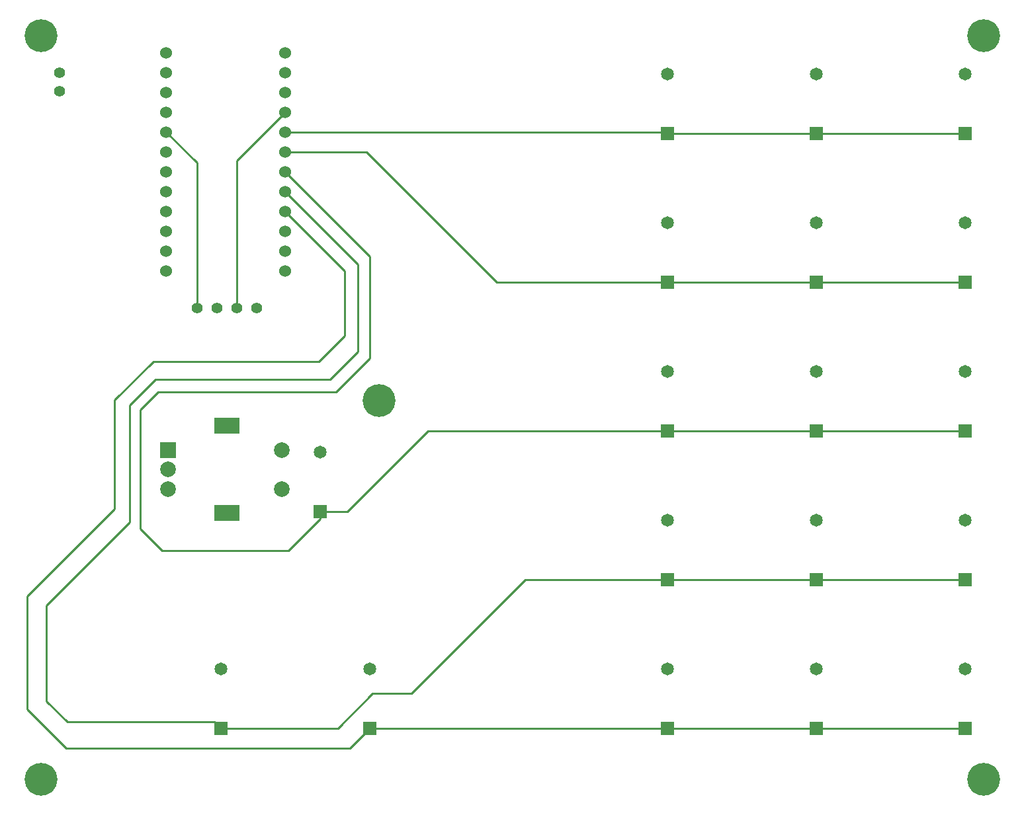
<source format=gbr>
%TF.GenerationSoftware,KiCad,Pcbnew,(5.1.10)-1*%
%TF.CreationDate,2021-07-10T22:05:52+03:00*%
%TF.ProjectId,BedoPadPcb,4265646f-5061-4645-9063-622e6b696361,rev?*%
%TF.SameCoordinates,Original*%
%TF.FileFunction,Copper,L1,Top*%
%TF.FilePolarity,Positive*%
%FSLAX46Y46*%
G04 Gerber Fmt 4.6, Leading zero omitted, Abs format (unit mm)*
G04 Created by KiCad (PCBNEW (5.1.10)-1) date 2021-07-10 22:05:52*
%MOMM*%
%LPD*%
G01*
G04 APERTURE LIST*
%TA.AperFunction,ComponentPad*%
%ADD10C,4.200000*%
%TD*%
%TA.AperFunction,ComponentPad*%
%ADD11R,1.651000X1.651000*%
%TD*%
%TA.AperFunction,ComponentPad*%
%ADD12C,1.651000*%
%TD*%
%TA.AperFunction,ComponentPad*%
%ADD13C,1.524000*%
%TD*%
%TA.AperFunction,ComponentPad*%
%ADD14C,1.397000*%
%TD*%
%TA.AperFunction,ComponentPad*%
%ADD15C,2.000000*%
%TD*%
%TA.AperFunction,WasherPad*%
%ADD16R,3.200000X2.000000*%
%TD*%
%TA.AperFunction,ComponentPad*%
%ADD17R,2.000000X2.000000*%
%TD*%
%TA.AperFunction,Conductor*%
%ADD18C,0.250000*%
%TD*%
G04 APERTURE END LIST*
D10*
%TO.P,REF\u002A\u002A,*%
%TO.N,*%
X70294500Y-99123500D03*
%TD*%
%TO.P,REF\u002A\u002A,*%
%TO.N,*%
X147637500Y-147637500D03*
%TD*%
%TO.P,REF\u002A\u002A,*%
%TO.N,*%
X26987500Y-147637500D03*
%TD*%
%TO.P,REF\u002A\u002A,*%
%TO.N,*%
X26987500Y-52387500D03*
%TD*%
%TO.P,REF\u002A\u002A,*%
%TO.N,*%
X147637500Y-52387500D03*
%TD*%
D11*
%TO.P,D1,2*%
%TO.N,Row2*%
X62706250Y-113347500D03*
D12*
%TO.P,D1,1*%
%TO.N,Net-(D1-Pad1)*%
X62706250Y-105727500D03*
%TD*%
D11*
%TO.P,D2,2*%
%TO.N,Row3*%
X50006250Y-141128750D03*
D12*
%TO.P,D2,1*%
%TO.N,Net-(D2-Pad1)*%
X50006250Y-133508750D03*
%TD*%
D11*
%TO.P,D3,2*%
%TO.N,Row4*%
X69056250Y-141128750D03*
D12*
%TO.P,D3,1*%
%TO.N,Net-(D3-Pad1)*%
X69056250Y-133508750D03*
%TD*%
D11*
%TO.P,D4,2*%
%TO.N,Row0*%
X107156250Y-64928750D03*
D12*
%TO.P,D4,1*%
%TO.N,Net-(D4-Pad1)*%
X107156250Y-57308750D03*
%TD*%
D11*
%TO.P,D5,2*%
%TO.N,Row1*%
X107156250Y-83978750D03*
D12*
%TO.P,D5,1*%
%TO.N,Net-(D5-Pad1)*%
X107156250Y-76358750D03*
%TD*%
D11*
%TO.P,D6,2*%
%TO.N,Row2*%
X107156250Y-103028750D03*
D12*
%TO.P,D6,1*%
%TO.N,Net-(D6-Pad1)*%
X107156250Y-95408750D03*
%TD*%
D11*
%TO.P,D7,2*%
%TO.N,Row3*%
X107156250Y-122078750D03*
D12*
%TO.P,D7,1*%
%TO.N,Net-(D7-Pad1)*%
X107156250Y-114458750D03*
%TD*%
D11*
%TO.P,D8,2*%
%TO.N,Row4*%
X107156250Y-141128750D03*
D12*
%TO.P,D8,1*%
%TO.N,Net-(D8-Pad1)*%
X107156250Y-133508750D03*
%TD*%
D11*
%TO.P,D9,2*%
%TO.N,Row0*%
X126206250Y-64928750D03*
D12*
%TO.P,D9,1*%
%TO.N,Net-(D9-Pad1)*%
X126206250Y-57308750D03*
%TD*%
D11*
%TO.P,D10,2*%
%TO.N,Row1*%
X126206250Y-83978750D03*
D12*
%TO.P,D10,1*%
%TO.N,Net-(D10-Pad1)*%
X126206250Y-76358750D03*
%TD*%
D11*
%TO.P,D11,2*%
%TO.N,Row2*%
X126206250Y-103028750D03*
D12*
%TO.P,D11,1*%
%TO.N,Net-(D11-Pad1)*%
X126206250Y-95408750D03*
%TD*%
D11*
%TO.P,D12,2*%
%TO.N,Row3*%
X126206250Y-122078750D03*
D12*
%TO.P,D12,1*%
%TO.N,Net-(D12-Pad1)*%
X126206250Y-114458750D03*
%TD*%
D11*
%TO.P,D13,2*%
%TO.N,Row4*%
X126206250Y-141128750D03*
D12*
%TO.P,D13,1*%
%TO.N,Net-(D13-Pad1)*%
X126206250Y-133508750D03*
%TD*%
D11*
%TO.P,D14,2*%
%TO.N,Row0*%
X145256250Y-64928750D03*
D12*
%TO.P,D14,1*%
%TO.N,Net-(D14-Pad1)*%
X145256250Y-57308750D03*
%TD*%
D11*
%TO.P,D15,2*%
%TO.N,Row1*%
X145256250Y-83978750D03*
D12*
%TO.P,D15,1*%
%TO.N,Net-(D15-Pad1)*%
X145256250Y-76358750D03*
%TD*%
D11*
%TO.P,D16,2*%
%TO.N,Row2*%
X145256250Y-103028750D03*
D12*
%TO.P,D16,1*%
%TO.N,Net-(D16-Pad1)*%
X145256250Y-95408750D03*
%TD*%
D11*
%TO.P,D17,2*%
%TO.N,Row3*%
X145256250Y-122078750D03*
D12*
%TO.P,D17,1*%
%TO.N,Net-(D17-Pad1)*%
X145256250Y-114458750D03*
%TD*%
D11*
%TO.P,D18,2*%
%TO.N,Row4*%
X145256250Y-141128750D03*
D12*
%TO.P,D18,1*%
%TO.N,Net-(D18-Pad1)*%
X145256250Y-133508750D03*
%TD*%
D13*
%TO.P,U1,1*%
%TO.N,N/C*%
X43029850Y-54578250D03*
%TO.P,U1,2*%
X43029850Y-57118250D03*
%TO.P,U1,3*%
%TO.N,EncoderGND*%
X43029850Y-59658250D03*
%TO.P,U1,4*%
%TO.N,OledGND*%
X43029850Y-62198250D03*
%TO.P,U1,5*%
%TO.N,OledSDA*%
X43029850Y-64738250D03*
%TO.P,U1,6*%
%TO.N,OledSCL*%
X43029850Y-67278250D03*
%TO.P,U1,7*%
%TO.N,Col0*%
X43029850Y-69818250D03*
%TO.P,U1,8*%
%TO.N,N/C*%
X43029850Y-72358250D03*
%TO.P,U1,9*%
X43029850Y-74898250D03*
%TO.P,U1,10*%
%TO.N,EncoderPadA*%
X43029850Y-77438250D03*
%TO.P,U1,11*%
%TO.N,EncoderPadB*%
X43029850Y-79978250D03*
%TO.P,U1,12*%
%TO.N,N/C*%
X43029850Y-82518250D03*
%TO.P,U1,13*%
%TO.N,Col3*%
X58249850Y-82518250D03*
%TO.P,U1,14*%
%TO.N,Col2*%
X58249850Y-79978250D03*
%TO.P,U1,15*%
%TO.N,Col1*%
X58249850Y-77438250D03*
%TO.P,U1,16*%
%TO.N,Row4*%
X58249850Y-74898250D03*
%TO.P,U1,17*%
%TO.N,Row3*%
X58249850Y-72358250D03*
%TO.P,U1,18*%
%TO.N,Row2*%
X58249850Y-69818250D03*
%TO.P,U1,19*%
%TO.N,Row1*%
X58249850Y-67278250D03*
%TO.P,U1,20*%
%TO.N,Row0*%
X58249850Y-64738250D03*
%TO.P,U1,21*%
%TO.N,OledVCC*%
X58249850Y-62198250D03*
%TO.P,U1,22*%
%TO.N,ResetVIA2*%
X58249850Y-59658250D03*
%TO.P,U1,23*%
%TO.N,ResetVIA1*%
X58249850Y-57118250D03*
%TO.P,U1,24*%
%TO.N,N/C*%
X58249850Y-54578250D03*
%TD*%
D14*
%TO.P,H2,1*%
%TO.N,ResetVIA2*%
X29368750Y-59531250D03*
%TD*%
%TO.P,H1,1*%
%TO.N,ResetVIA1*%
X29368750Y-57150000D03*
%TD*%
%TO.P,OL1,1*%
%TO.N,OledSDA*%
X46990000Y-87312500D03*
%TO.P,OL1,2*%
%TO.N,OledSCL*%
X49530000Y-87312500D03*
%TO.P,OL1,3*%
%TO.N,OledVCC*%
X52070000Y-87312500D03*
%TO.P,OL1,4*%
%TO.N,OledGND*%
X54610000Y-87312500D03*
%TD*%
D15*
%TO.P,SW1,S1*%
%TO.N,Col0*%
X57800000Y-110450000D03*
%TO.P,SW1,S2*%
%TO.N,Net-(D1-Pad1)*%
X57800000Y-105450000D03*
D16*
%TO.P,SW1,*%
%TO.N,*%
X50800000Y-113550000D03*
X50800000Y-102350000D03*
D15*
%TO.P,SW1,B*%
%TO.N,EncoderPadB*%
X43300000Y-110450000D03*
%TO.P,SW1,C*%
%TO.N,EncoderGND*%
X43300000Y-107950000D03*
D17*
%TO.P,SW1,A*%
%TO.N,EncoderPadA*%
X43300000Y-105450000D03*
%TD*%
D18*
%TO.N,Row2*%
X58674000Y-118364000D02*
X42545000Y-118364000D01*
X42545000Y-118364000D02*
X39751000Y-115570000D01*
X39751000Y-115570000D02*
X39751000Y-100330000D01*
X39751000Y-100330000D02*
X42037000Y-98044000D01*
X42037000Y-98044000D02*
X64770000Y-98044000D01*
X64770000Y-98044000D02*
X69088000Y-93726000D01*
X69088000Y-80656400D02*
X58249850Y-69818250D01*
X69088000Y-93726000D02*
X69088000Y-80656400D01*
X62706250Y-114331750D02*
X58674000Y-118364000D01*
X62706250Y-113347500D02*
X62706250Y-114331750D01*
X62706250Y-113347500D02*
X66230500Y-113347500D01*
X76549250Y-103028750D02*
X107156250Y-103028750D01*
X66230500Y-113347500D02*
X76549250Y-103028750D01*
X107156250Y-103028750D02*
X126206250Y-103028750D01*
X126206250Y-103028750D02*
X145256250Y-103028750D01*
%TO.N,Row3*%
X30369250Y-140318750D02*
X27686000Y-137635500D01*
X27686000Y-137635500D02*
X27686000Y-125349000D01*
X27686000Y-125349000D02*
X38354000Y-114681000D01*
X38354000Y-114681000D02*
X38354000Y-99695000D01*
X38354000Y-99695000D02*
X41656000Y-96393000D01*
X41656000Y-96393000D02*
X64008000Y-96393000D01*
X64008000Y-96393000D02*
X67564000Y-92837000D01*
X67564000Y-81672400D02*
X58249850Y-72358250D01*
X67564000Y-92837000D02*
X67564000Y-81672400D01*
X49196250Y-140318750D02*
X50006250Y-141128750D01*
X30369250Y-140318750D02*
X49196250Y-140318750D01*
X50006250Y-141128750D02*
X64992250Y-141128750D01*
X64992250Y-141128750D02*
X69469000Y-136652000D01*
X69469000Y-136652000D02*
X74422000Y-136652000D01*
X88995250Y-122078750D02*
X107156250Y-122078750D01*
X74422000Y-136652000D02*
X88995250Y-122078750D01*
X107156250Y-122078750D02*
X126206250Y-122078750D01*
X126206250Y-122078750D02*
X145256250Y-122078750D01*
%TO.N,Row4*%
X30226000Y-143637000D02*
X25273000Y-138684000D01*
X25273000Y-138684000D02*
X25273000Y-124206000D01*
X25273000Y-124206000D02*
X36449000Y-113030000D01*
X36449000Y-113030000D02*
X36449000Y-99060000D01*
X36449000Y-99060000D02*
X41402000Y-94107000D01*
X41402000Y-94107000D02*
X62611000Y-94107000D01*
X62611000Y-94107000D02*
X65913000Y-90805000D01*
X65913000Y-82561400D02*
X58249850Y-74898250D01*
X65913000Y-90805000D02*
X65913000Y-82561400D01*
X66548000Y-143637000D02*
X69056250Y-141128750D01*
X30226000Y-143637000D02*
X66548000Y-143637000D01*
X69056250Y-141128750D02*
X107156250Y-141128750D01*
X107156250Y-141128750D02*
X126206250Y-141128750D01*
X126206250Y-141128750D02*
X145256250Y-141128750D01*
%TO.N,Row0*%
X106965750Y-64738250D02*
X107156250Y-64928750D01*
X58249850Y-64738250D02*
X106965750Y-64738250D01*
X107156250Y-64928750D02*
X126206250Y-64928750D01*
X126206250Y-64928750D02*
X145256250Y-64928750D01*
%TO.N,Row1*%
X58249850Y-67278250D02*
X68675250Y-67278250D01*
X85375750Y-83978750D02*
X107156250Y-83978750D01*
X68675250Y-67278250D02*
X85375750Y-83978750D01*
X107156250Y-83978750D02*
X126206250Y-83978750D01*
X126206250Y-83978750D02*
X145256250Y-83978750D01*
%TO.N,OledSDA*%
X46990000Y-68698400D02*
X43029850Y-64738250D01*
X46990000Y-87312500D02*
X46990000Y-68698400D01*
%TO.N,OledVCC*%
X52070000Y-68378100D02*
X58249850Y-62198250D01*
X52070000Y-87312500D02*
X52070000Y-68378100D01*
%TD*%
M02*

</source>
